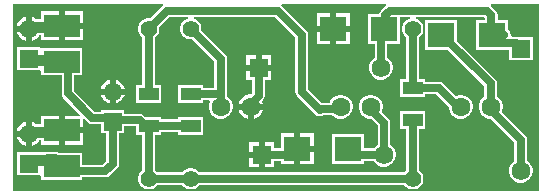
<source format=gbl>
G04*
G04 #@! TF.GenerationSoftware,Altium Limited,Altium Designer,22.7.1 (60)*
G04*
G04 Layer_Physical_Order=2*
G04 Layer_Color=16711680*
%FSLAX44Y44*%
%MOMM*%
G71*
G04*
G04 #@! TF.SameCoordinates,BB791E64-C305-444D-A552-B41D82B215A1*
G04*
G04*
G04 #@! TF.FilePolarity,Positive*
G04*
G01*
G75*
%ADD17C,1.5700*%
%ADD18R,1.5700X1.5700*%
%ADD23C,0.6350*%
%ADD24R,1.5500X1.5500*%
%ADD25C,1.5500*%
%ADD26C,1.4000*%
%ADD27R,1.5900X1.5900*%
%ADD28C,1.5900*%
%ADD29R,1.5900X1.5900*%
%ADD30C,1.6000*%
%ADD31R,3.0480X1.9050*%
%ADD32R,1.7000X1.1000*%
%ADD33R,2.2800X2.1200*%
%ADD34C,0.8890*%
G36*
X544061Y2039D02*
X98559D01*
Y160521D01*
X225294D01*
X225679Y159251D01*
X224846Y158694D01*
X214813Y148661D01*
X214549Y148732D01*
X212171D01*
X209874Y148117D01*
X207814Y146927D01*
X206133Y145246D01*
X204944Y143186D01*
X204328Y140889D01*
Y138511D01*
X204944Y136214D01*
X206133Y134154D01*
X207814Y132473D01*
X208051Y132336D01*
Y92152D01*
X202828D01*
Y77088D01*
X223892D01*
Y92152D01*
X218669D01*
Y132336D01*
X218906Y132473D01*
X220587Y134154D01*
X221777Y136214D01*
X222392Y138511D01*
Y140889D01*
X222321Y141153D01*
X230799Y149631D01*
X246179D01*
X246346Y148361D01*
X245434Y148117D01*
X243374Y146927D01*
X241693Y145246D01*
X240504Y143186D01*
X239888Y140889D01*
Y138511D01*
X240504Y136214D01*
X241693Y134154D01*
X243374Y132473D01*
X245434Y131284D01*
X247731Y130668D01*
X250109D01*
X250373Y130739D01*
X269011Y112101D01*
Y89929D01*
X259452D01*
Y92152D01*
X238388D01*
Y77088D01*
X259452D01*
Y79311D01*
X264729D01*
X265364Y78211D01*
X264972Y77532D01*
X264288Y74981D01*
Y72339D01*
X264972Y69788D01*
X266292Y67500D01*
X268160Y65632D01*
X270448Y64312D01*
X272999Y63628D01*
X275641D01*
X278192Y64312D01*
X280480Y65632D01*
X282348Y67500D01*
X283668Y69788D01*
X284352Y72339D01*
Y74981D01*
X283668Y77532D01*
X282348Y79820D01*
X280480Y81688D01*
X279629Y82179D01*
Y83820D01*
Y114300D01*
X279629Y114300D01*
X279225Y116332D01*
X278074Y118054D01*
X278074Y118054D01*
X257881Y138247D01*
X257952Y138511D01*
Y140889D01*
X257337Y143186D01*
X256147Y145246D01*
X254466Y146927D01*
X252406Y148117D01*
X251494Y148361D01*
X251661Y149631D01*
X320381D01*
X337591Y132421D01*
Y86360D01*
X337591Y86360D01*
X337995Y84328D01*
X339146Y82606D01*
X354386Y67366D01*
X356108Y66215D01*
X358140Y65811D01*
X360172Y66215D01*
X360605Y66505D01*
X368888D01*
X369760Y65632D01*
X372048Y64312D01*
X374599Y63628D01*
X377241D01*
X379792Y64312D01*
X382080Y65632D01*
X383948Y67500D01*
X385268Y69788D01*
X385952Y72339D01*
Y74981D01*
X385268Y77532D01*
X383948Y79820D01*
X382080Y81688D01*
X379792Y83008D01*
X377241Y83692D01*
X374599D01*
X372048Y83008D01*
X369760Y81688D01*
X367892Y79820D01*
X366572Y77532D01*
X366462Y77123D01*
X359646D01*
X348209Y88559D01*
Y134620D01*
X348209Y134620D01*
X347805Y136652D01*
X346654Y138374D01*
X326334Y158694D01*
X325501Y159251D01*
X325886Y160521D01*
X413963D01*
X414348Y159251D01*
X413576Y158735D01*
X413576Y158735D01*
X409856Y155015D01*
X408705Y153293D01*
X408514Y152332D01*
X399378D01*
Y127068D01*
X404347D01*
X404631Y127011D01*
Y115141D01*
X403811Y114668D01*
X401952Y112809D01*
X400638Y110533D01*
X399958Y107994D01*
Y105366D01*
X400638Y102827D01*
X401952Y100551D01*
X403811Y98692D01*
X406087Y97378D01*
X408626Y96698D01*
X411254D01*
X413793Y97378D01*
X416069Y98692D01*
X417928Y100551D01*
X419242Y102827D01*
X419922Y105366D01*
Y107994D01*
X419242Y110533D01*
X417928Y112809D01*
X416069Y114668D01*
X415249Y115141D01*
Y127068D01*
X426242D01*
Y149672D01*
X434291D01*
X434458Y148402D01*
X433394Y148117D01*
X431334Y146927D01*
X429653Y145246D01*
X428464Y143186D01*
X427848Y140889D01*
Y138511D01*
X428464Y136214D01*
X429653Y134154D01*
X431334Y132473D01*
X431571Y132336D01*
Y97232D01*
X426348D01*
Y82168D01*
X447412D01*
Y84391D01*
X456741D01*
X467488Y73644D01*
Y72339D01*
X468172Y69788D01*
X469492Y67500D01*
X471360Y65632D01*
X473648Y64312D01*
X476199Y63628D01*
X478841D01*
X481392Y64312D01*
X483680Y65632D01*
X485548Y67500D01*
X486868Y69788D01*
X487552Y72339D01*
Y74981D01*
X486868Y77532D01*
X485548Y79820D01*
X483680Y81688D01*
X481392Y83008D01*
X478841Y83692D01*
X476199D01*
X473648Y83008D01*
X473326Y82822D01*
X462694Y93454D01*
X460972Y94605D01*
X458940Y95009D01*
X458940Y95009D01*
X447412D01*
Y97232D01*
X442189D01*
Y132336D01*
X442426Y132473D01*
X444107Y134154D01*
X445297Y136214D01*
X445912Y138511D01*
Y140889D01*
X445297Y143186D01*
X444107Y145246D01*
X442426Y146927D01*
X440366Y148117D01*
X439302Y148402D01*
X439469Y149672D01*
X497531D01*
X498141Y149062D01*
Y147252D01*
X490818D01*
Y121988D01*
X506767D01*
X507280Y121886D01*
X507280Y121886D01*
X518338D01*
Y112938D01*
X538302D01*
Y132902D01*
X520609D01*
X519759Y134172D01*
X519819Y134428D01*
X519804Y134524D01*
X519823Y134620D01*
X519639Y135544D01*
X519489Y136473D01*
X519438Y136556D01*
X519419Y136652D01*
X518895Y137435D01*
X518401Y138236D01*
X518322Y138293D01*
X518268Y138374D01*
X517682Y138765D01*
Y147252D01*
X508759D01*
Y151261D01*
X508355Y153293D01*
X507204Y155015D01*
X507204Y155015D01*
X503484Y158735D01*
X502712Y159251D01*
X503097Y160521D01*
X544061D01*
Y2039D01*
D02*
G37*
%LPC*%
G36*
X137160Y154305D02*
X121920D01*
Y147574D01*
X118580D01*
X118140Y148014D01*
X115770Y149382D01*
X114300Y149776D01*
Y139700D01*
Y129624D01*
X115770Y130018D01*
X118140Y131386D01*
X120074Y133320D01*
X120678Y134366D01*
X121920D01*
Y130175D01*
X137160D01*
Y142240D01*
Y154305D01*
D02*
G37*
G36*
X157480D02*
X142240D01*
Y144780D01*
X157480D01*
Y154305D01*
D02*
G37*
G36*
X383450Y152840D02*
X372050D01*
Y142240D01*
X383450D01*
Y152840D01*
D02*
G37*
G36*
X366970D02*
X355570D01*
Y142240D01*
X366970D01*
Y152840D01*
D02*
G37*
G36*
X109220Y149776D02*
X107750Y149382D01*
X105380Y148014D01*
X103446Y146080D01*
X102078Y143710D01*
X101684Y142240D01*
X109220D01*
Y149776D01*
D02*
G37*
G36*
X157480Y139700D02*
X142240D01*
Y130175D01*
X157480D01*
Y139700D01*
D02*
G37*
G36*
X109220Y137160D02*
X101684D01*
X102078Y135690D01*
X103446Y133320D01*
X105380Y131386D01*
X107750Y130018D01*
X109220Y129624D01*
Y137160D01*
D02*
G37*
G36*
X383450D02*
X372050D01*
Y126560D01*
X383450D01*
Y137160D01*
D02*
G37*
G36*
X366970D02*
X355570D01*
Y126560D01*
X366970D01*
Y137160D01*
D02*
G37*
G36*
X316830Y117170D02*
X308880D01*
Y109220D01*
X316830D01*
Y117170D01*
D02*
G37*
G36*
X303800D02*
X295850D01*
Y109220D01*
X303800D01*
Y117170D01*
D02*
G37*
G36*
X185420Y96332D02*
Y88900D01*
X192852D01*
X192469Y90332D01*
X191114Y92678D01*
X189198Y94594D01*
X186852Y95949D01*
X185420Y96332D01*
D02*
G37*
G36*
X180340D02*
X178908Y95949D01*
X176562Y94594D01*
X174646Y92678D01*
X173291Y90332D01*
X172908Y88900D01*
X180340D01*
Y96332D01*
D02*
G37*
G36*
X192852Y83820D02*
X185420D01*
Y76388D01*
X186852Y76771D01*
X189198Y78126D01*
X191114Y80042D01*
X192469Y82388D01*
X192852Y83820D01*
D02*
G37*
G36*
X180340D02*
X172908D01*
X173291Y82388D01*
X174646Y80042D01*
X176562Y78126D01*
X178908Y76771D01*
X180340Y76388D01*
Y83820D01*
D02*
G37*
G36*
X316830Y104140D02*
X295850D01*
Y96190D01*
X301031D01*
Y85090D01*
X300141Y84200D01*
X298332D01*
X295652Y83482D01*
X293248Y82094D01*
X291286Y80132D01*
X289898Y77728D01*
X289489Y76200D01*
X309951D01*
X309542Y77728D01*
X309228Y78271D01*
X310094Y79137D01*
X310094Y79137D01*
X311245Y80860D01*
X311649Y82891D01*
Y96190D01*
X316830D01*
Y104140D01*
D02*
G37*
G36*
X309951Y71120D02*
X302260D01*
Y63429D01*
X303788Y63838D01*
X306192Y65226D01*
X308154Y67188D01*
X309542Y69592D01*
X309951Y71120D01*
D02*
G37*
G36*
X297180D02*
X289489D01*
X289898Y69592D01*
X291286Y67188D01*
X293248Y65226D01*
X295652Y63838D01*
X297180Y63429D01*
Y71120D01*
D02*
G37*
G36*
X137263Y65653D02*
X122023D01*
Y58707D01*
X118547D01*
X118140Y59114D01*
X115770Y60482D01*
X114300Y60876D01*
Y50800D01*
Y40724D01*
X115770Y41118D01*
X118140Y42486D01*
X120074Y44420D01*
X120697Y45499D01*
X122023D01*
Y41523D01*
X137263D01*
Y53588D01*
Y65653D01*
D02*
G37*
G36*
X109220Y60876D02*
X107750Y60482D01*
X105380Y59114D01*
X103446Y57180D01*
X102078Y54810D01*
X101684Y53340D01*
X109220D01*
Y60876D01*
D02*
G37*
G36*
X157583Y51048D02*
X142343D01*
Y41523D01*
X157583D01*
Y51048D01*
D02*
G37*
G36*
X109220Y48260D02*
X101684D01*
X102078Y46790D01*
X103446Y44420D01*
X105380Y42486D01*
X107750Y41118D01*
X109220Y40724D01*
Y48260D01*
D02*
G37*
G36*
X352970Y51240D02*
X341570D01*
Y40640D01*
X352970D01*
Y51240D01*
D02*
G37*
G36*
X402641Y83692D02*
X399999D01*
X397448Y83008D01*
X395160Y81688D01*
X393292Y79820D01*
X391972Y77532D01*
X391288Y74981D01*
Y72339D01*
X391972Y69788D01*
X393292Y67500D01*
X395160Y65632D01*
X397448Y64312D01*
X399999Y63628D01*
X401380D01*
X407171Y57837D01*
Y41481D01*
X406351Y41008D01*
X404492Y39149D01*
X404019Y38329D01*
X395762D01*
Y50732D01*
X368898D01*
Y25468D01*
X389242D01*
X389755Y25366D01*
X390268Y25468D01*
X395762D01*
Y27711D01*
X404019D01*
X404492Y26891D01*
X406351Y25032D01*
X408627Y23718D01*
X411166Y23038D01*
X413794D01*
X416333Y23718D01*
X418609Y25032D01*
X420468Y26891D01*
X421782Y29167D01*
X422462Y31706D01*
Y34334D01*
X421782Y36873D01*
X420468Y39149D01*
X418609Y41008D01*
X417789Y41481D01*
Y60036D01*
X417789Y60036D01*
X417385Y62068D01*
X416234Y63790D01*
X410510Y69514D01*
X410668Y69788D01*
X411352Y72339D01*
Y74981D01*
X410668Y77532D01*
X409348Y79820D01*
X407480Y81688D01*
X405192Y83008D01*
X402641Y83692D01*
D02*
G37*
G36*
X336490Y51240D02*
X325090D01*
Y38329D01*
X319370D01*
Y43510D01*
X311420D01*
Y33020D01*
Y22530D01*
X319370D01*
Y27711D01*
X325090D01*
Y24960D01*
X336490D01*
Y38100D01*
Y51240D01*
D02*
G37*
G36*
X306340Y43510D02*
X298390D01*
Y35560D01*
X306340D01*
Y43510D01*
D02*
G37*
G36*
X352970Y35560D02*
X341570D01*
Y24960D01*
X352970D01*
Y35560D01*
D02*
G37*
G36*
X306340Y30480D02*
X298390D01*
Y22530D01*
X306340D01*
Y30480D01*
D02*
G37*
G36*
X474382Y147252D02*
X447518D01*
Y121988D01*
X466874D01*
X497611Y91251D01*
Y82179D01*
X496760Y81688D01*
X494892Y79820D01*
X493572Y77532D01*
X492888Y74981D01*
Y72339D01*
X493572Y69788D01*
X494892Y67500D01*
X496760Y65632D01*
X499048Y64312D01*
X501599Y63628D01*
X502904D01*
X523011Y43521D01*
Y27781D01*
X522191Y27308D01*
X520332Y25449D01*
X519018Y23173D01*
X518338Y20634D01*
Y18006D01*
X519018Y15467D01*
X520332Y13191D01*
X522191Y11332D01*
X524467Y10018D01*
X527006Y9338D01*
X529634D01*
X532173Y10018D01*
X534449Y11332D01*
X536308Y13191D01*
X537622Y15467D01*
X538302Y18006D01*
Y20634D01*
X537622Y23173D01*
X536308Y25449D01*
X534449Y27308D01*
X533629Y27781D01*
Y45720D01*
X533629Y45720D01*
X533225Y47752D01*
X532074Y49474D01*
X532074Y49474D01*
X512082Y69466D01*
X512268Y69788D01*
X512952Y72339D01*
Y74981D01*
X512268Y77532D01*
X510948Y79820D01*
X509080Y81688D01*
X508229Y82179D01*
Y93450D01*
X508229Y93450D01*
X507825Y95482D01*
X506674Y97204D01*
X506674Y97204D01*
X474382Y129496D01*
Y147252D01*
D02*
G37*
G36*
X121642Y124182D02*
Y124182D01*
X101878D01*
Y104418D01*
X121642D01*
X122428Y103474D01*
Y100203D01*
X139561D01*
Y85000D01*
X139561Y85000D01*
X139965Y82968D01*
X141116Y81246D01*
X155535Y66826D01*
X155049Y65653D01*
X142343D01*
Y56128D01*
X157583D01*
Y63120D01*
X158756Y63606D01*
X161851Y60511D01*
X161851Y60511D01*
X163573Y59360D01*
X165605Y58956D01*
X165605Y58956D01*
X173098D01*
Y51178D01*
X177571D01*
Y27757D01*
X174421Y24607D01*
X157075D01*
Y34665D01*
X137155D01*
X136308Y35231D01*
X133781Y35734D01*
X126942D01*
X125308Y35409D01*
X115165D01*
X114527Y35282D01*
X101878D01*
Y15518D01*
X121642D01*
X122531Y14616D01*
Y11551D01*
X157075D01*
Y13989D01*
X176620D01*
X176620Y13989D01*
X178652Y14393D01*
X180374Y15544D01*
X186634Y21804D01*
X186634Y21804D01*
X187785Y23526D01*
X188189Y25558D01*
X188189Y25558D01*
Y51178D01*
X192662D01*
Y56921D01*
X202828D01*
Y50088D01*
X208051D01*
Y20064D01*
X207814Y19927D01*
X206133Y18246D01*
X204944Y16186D01*
X204328Y13889D01*
Y11511D01*
X204944Y9214D01*
X206133Y7154D01*
X207814Y5473D01*
X209874Y4284D01*
X212171Y3668D01*
X214549D01*
X216846Y4284D01*
X218906Y5473D01*
X220587Y7154D01*
X220724Y7391D01*
X241556D01*
X241693Y7154D01*
X243374Y5473D01*
X245434Y4284D01*
X247731Y3668D01*
X250109D01*
X252406Y4284D01*
X254466Y5473D01*
X256147Y7154D01*
X256284Y7391D01*
X429516D01*
X429653Y7154D01*
X431334Y5473D01*
X433394Y4284D01*
X435691Y3668D01*
X438069D01*
X440366Y4284D01*
X442426Y5473D01*
X444107Y7154D01*
X445297Y9214D01*
X445912Y11511D01*
Y13889D01*
X445297Y16186D01*
X444107Y18246D01*
X442426Y19927D01*
X442189Y20064D01*
Y55168D01*
X447412D01*
Y70232D01*
X426348D01*
Y55168D01*
X431571D01*
Y20064D01*
X431334Y19927D01*
X429653Y18246D01*
X429516Y18009D01*
X256284D01*
X256147Y18246D01*
X254466Y19927D01*
X252406Y21116D01*
X250109Y21732D01*
X247731D01*
X245434Y21116D01*
X243374Y19927D01*
X241693Y18246D01*
X241556Y18009D01*
X220724D01*
X220587Y18246D01*
X218906Y19927D01*
X218669Y20064D01*
Y50088D01*
X223892D01*
Y52311D01*
X238388D01*
Y50088D01*
X259452D01*
Y65152D01*
X238388D01*
Y62929D01*
X223892D01*
Y65152D01*
X210336D01*
X209504Y65984D01*
X207782Y67135D01*
X205750Y67539D01*
X205750Y67539D01*
X192662D01*
Y70742D01*
X173098D01*
Y69574D01*
X167804D01*
X150179Y87199D01*
Y100203D01*
X156972D01*
Y123317D01*
X135258D01*
X134620Y123444D01*
X133982Y123317D01*
X122428D01*
X121642Y124182D01*
D02*
G37*
%LPD*%
D17*
X111760Y50800D02*
D03*
Y139700D02*
D03*
D18*
Y25400D02*
D03*
Y114300D02*
D03*
D23*
X299720Y73660D02*
Y76271D01*
X306340Y82891D02*
Y106680D01*
X299720Y76271D02*
X306340Y82891D01*
X409940Y106680D02*
Y132275D01*
Y136830D02*
X412810Y139700D01*
X409415Y136830D02*
X409940D01*
X404860Y132275D02*
X409415Y136830D01*
X404860Y132275D02*
X409940D01*
X144870Y85000D02*
Y106590D01*
Y85000D02*
X165605Y64265D01*
X179575D01*
X182880Y60960D01*
X139803Y19298D02*
X176620D01*
X182880Y25558D01*
Y60960D01*
X134620Y116840D02*
X144870Y106590D01*
X182880Y60960D02*
X184150Y62230D01*
X205750D01*
X210360Y57620D02*
X213360D01*
X205750Y62230D02*
X210360Y57620D01*
X502920Y73660D02*
Y93450D01*
X461750Y134620D02*
X502920Y93450D01*
X460950Y134620D02*
X461750D01*
X502920Y71120D02*
X528320Y45720D01*
X502920Y71120D02*
Y73660D01*
X528320Y19320D02*
Y45720D01*
X458940Y89700D02*
X474980Y73660D01*
X477520D01*
X436880Y89700D02*
X458940D01*
X358140Y71120D02*
X358834Y71814D01*
X374074D01*
X375920Y73660D01*
X342900Y86360D02*
X358140Y71120D01*
X342900Y86360D02*
Y134620D01*
X322580Y154940D02*
X342900Y134620D01*
X228600Y154940D02*
X322580D01*
X213360Y139700D02*
X228600Y154940D01*
X412480Y33020D02*
Y60036D01*
X401320Y71196D02*
X412480Y60036D01*
X401320Y71196D02*
Y73660D01*
X274320D02*
Y83820D01*
X503450Y134620D02*
Y151261D01*
X499730Y154981D02*
X503450Y151261D01*
X417330Y154981D02*
X499730D01*
X413610Y151261D02*
X417330Y154981D01*
X413610Y139700D02*
Y151261D01*
X213360Y84620D02*
Y139700D01*
Y57620D02*
X248920D01*
X213360Y12700D02*
Y57620D01*
X274320Y83820D02*
Y114300D01*
X248920Y84620D02*
X273520D01*
X274320Y83820D01*
X248920Y139700D02*
X274320Y114300D01*
X248920Y12700D02*
X436880D01*
X213360D02*
X248920D01*
X436880Y89700D02*
Y139700D01*
Y12700D02*
Y62700D01*
X133781Y29130D02*
X139803Y23108D01*
X138861Y54530D02*
X139803Y53588D01*
X503450Y134620D02*
X514514D01*
X503833Y130641D02*
X514514Y134620D01*
X507280Y127195D02*
X524045D01*
X503833Y130641D02*
X507280Y127195D01*
X524045D02*
X528320Y122920D01*
X390555Y33020D02*
X412480D01*
X308880D02*
X330805D01*
X331605Y32220D01*
Y30675D02*
Y32220D01*
Y30675D02*
X339030Y38100D01*
X389755Y32220D02*
X390555Y33020D01*
X389755Y30675D02*
Y32220D01*
X382330Y38100D02*
X389755Y30675D01*
D24*
X182880Y60960D02*
D03*
D25*
Y86360D02*
D03*
D26*
X213360Y12700D02*
D03*
Y139700D02*
D03*
X436880Y12700D02*
D03*
Y139700D02*
D03*
X248920D02*
D03*
Y12700D02*
D03*
D27*
X306340Y106680D02*
D03*
X308880Y33020D02*
D03*
D28*
X409940Y106680D02*
D03*
X412480Y33020D02*
D03*
X528320Y19320D02*
D03*
D29*
Y122920D02*
D03*
D30*
X477520Y73660D02*
D03*
X502920D02*
D03*
X401320D02*
D03*
X375920D02*
D03*
X274320D02*
D03*
X299720D02*
D03*
D31*
X139803Y53588D02*
D03*
Y23108D02*
D03*
X139700Y111760D02*
D03*
Y142240D02*
D03*
D32*
X436880Y62700D02*
D03*
Y89700D02*
D03*
X213360Y84620D02*
D03*
Y57620D02*
D03*
X248920Y84620D02*
D03*
Y57620D02*
D03*
D33*
X412810Y139700D02*
D03*
X369510D02*
D03*
X382330Y38100D02*
D03*
X339030D02*
D03*
X504250Y134620D02*
D03*
X460950D02*
D03*
D34*
X111760Y139700D02*
X113030Y140970D01*
X138430D01*
X139700Y142240D01*
X111760Y114300D02*
X113030Y113030D01*
X130810D01*
X134620Y116840D01*
X111760Y25400D02*
X115165Y28805D01*
X126617D01*
X126942Y29130D01*
X133781D01*
X111760Y50800D02*
X113063Y52103D01*
X136434D01*
X138861Y54530D01*
M02*

</source>
